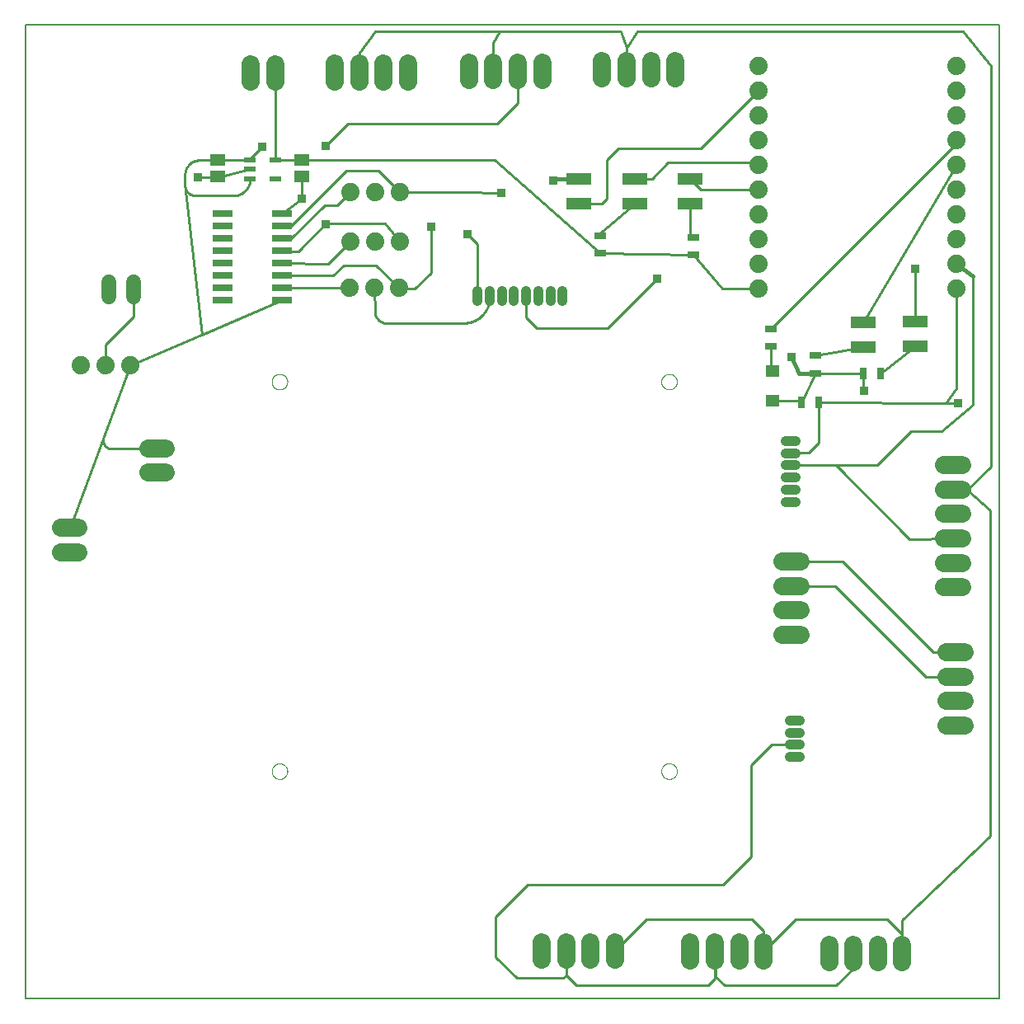
<source format=gtl>
G75*
%MOIN*%
%OFA0B0*%
%FSLAX25Y25*%
%IPPOS*%
%LPD*%
%AMOC8*
5,1,8,0,0,1.08239X$1,22.5*
%
%ADD10C,0.00800*%
%ADD11C,0.00000*%
%ADD12R,0.05906X0.05118*%
%ADD13C,0.07205*%
%ADD14C,0.06000*%
%ADD15C,0.03969*%
%ADD16C,0.07400*%
%ADD17R,0.05512X0.04724*%
%ADD18R,0.10000X0.05000*%
%ADD19R,0.04724X0.02165*%
%ADD20R,0.08000X0.02600*%
%ADD21R,0.04724X0.03150*%
%ADD22R,0.03150X0.04724*%
%ADD23C,0.01000*%
%ADD24R,0.03562X0.03562*%
%ADD25C,0.01600*%
D10*
X0075655Y0047033D02*
X0469356Y0047033D01*
X0469356Y0440734D01*
X0075655Y0440734D01*
X0075655Y0047033D01*
D11*
X0175261Y0138962D02*
X0175263Y0139074D01*
X0175269Y0139185D01*
X0175279Y0139297D01*
X0175293Y0139408D01*
X0175310Y0139518D01*
X0175332Y0139628D01*
X0175358Y0139737D01*
X0175387Y0139845D01*
X0175420Y0139951D01*
X0175457Y0140057D01*
X0175498Y0140161D01*
X0175543Y0140264D01*
X0175591Y0140365D01*
X0175642Y0140464D01*
X0175697Y0140561D01*
X0175756Y0140656D01*
X0175817Y0140750D01*
X0175882Y0140841D01*
X0175951Y0140929D01*
X0176022Y0141015D01*
X0176096Y0141099D01*
X0176174Y0141179D01*
X0176254Y0141257D01*
X0176337Y0141333D01*
X0176422Y0141405D01*
X0176510Y0141474D01*
X0176600Y0141540D01*
X0176693Y0141602D01*
X0176788Y0141662D01*
X0176885Y0141718D01*
X0176983Y0141770D01*
X0177084Y0141819D01*
X0177186Y0141864D01*
X0177290Y0141906D01*
X0177395Y0141944D01*
X0177502Y0141978D01*
X0177609Y0142008D01*
X0177718Y0142035D01*
X0177827Y0142057D01*
X0177938Y0142076D01*
X0178048Y0142091D01*
X0178160Y0142102D01*
X0178271Y0142109D01*
X0178383Y0142112D01*
X0178495Y0142111D01*
X0178607Y0142106D01*
X0178718Y0142097D01*
X0178829Y0142084D01*
X0178940Y0142067D01*
X0179050Y0142047D01*
X0179159Y0142022D01*
X0179267Y0141994D01*
X0179374Y0141961D01*
X0179480Y0141925D01*
X0179584Y0141885D01*
X0179687Y0141842D01*
X0179789Y0141795D01*
X0179888Y0141744D01*
X0179986Y0141690D01*
X0180082Y0141632D01*
X0180176Y0141571D01*
X0180267Y0141507D01*
X0180356Y0141440D01*
X0180443Y0141369D01*
X0180527Y0141295D01*
X0180609Y0141219D01*
X0180687Y0141139D01*
X0180763Y0141057D01*
X0180836Y0140972D01*
X0180906Y0140885D01*
X0180972Y0140795D01*
X0181036Y0140703D01*
X0181096Y0140609D01*
X0181153Y0140513D01*
X0181206Y0140414D01*
X0181256Y0140314D01*
X0181302Y0140213D01*
X0181345Y0140109D01*
X0181384Y0140004D01*
X0181419Y0139898D01*
X0181450Y0139791D01*
X0181478Y0139682D01*
X0181501Y0139573D01*
X0181521Y0139463D01*
X0181537Y0139352D01*
X0181549Y0139241D01*
X0181557Y0139130D01*
X0181561Y0139018D01*
X0181561Y0138906D01*
X0181557Y0138794D01*
X0181549Y0138683D01*
X0181537Y0138572D01*
X0181521Y0138461D01*
X0181501Y0138351D01*
X0181478Y0138242D01*
X0181450Y0138133D01*
X0181419Y0138026D01*
X0181384Y0137920D01*
X0181345Y0137815D01*
X0181302Y0137711D01*
X0181256Y0137610D01*
X0181206Y0137510D01*
X0181153Y0137411D01*
X0181096Y0137315D01*
X0181036Y0137221D01*
X0180972Y0137129D01*
X0180906Y0137039D01*
X0180836Y0136952D01*
X0180763Y0136867D01*
X0180687Y0136785D01*
X0180609Y0136705D01*
X0180527Y0136629D01*
X0180443Y0136555D01*
X0180356Y0136484D01*
X0180267Y0136417D01*
X0180176Y0136353D01*
X0180082Y0136292D01*
X0179986Y0136234D01*
X0179888Y0136180D01*
X0179789Y0136129D01*
X0179687Y0136082D01*
X0179584Y0136039D01*
X0179480Y0135999D01*
X0179374Y0135963D01*
X0179267Y0135930D01*
X0179159Y0135902D01*
X0179050Y0135877D01*
X0178940Y0135857D01*
X0178829Y0135840D01*
X0178718Y0135827D01*
X0178607Y0135818D01*
X0178495Y0135813D01*
X0178383Y0135812D01*
X0178271Y0135815D01*
X0178160Y0135822D01*
X0178048Y0135833D01*
X0177938Y0135848D01*
X0177827Y0135867D01*
X0177718Y0135889D01*
X0177609Y0135916D01*
X0177502Y0135946D01*
X0177395Y0135980D01*
X0177290Y0136018D01*
X0177186Y0136060D01*
X0177084Y0136105D01*
X0176983Y0136154D01*
X0176885Y0136206D01*
X0176788Y0136262D01*
X0176693Y0136322D01*
X0176600Y0136384D01*
X0176510Y0136450D01*
X0176422Y0136519D01*
X0176337Y0136591D01*
X0176254Y0136667D01*
X0176174Y0136745D01*
X0176096Y0136825D01*
X0176022Y0136909D01*
X0175951Y0136995D01*
X0175882Y0137083D01*
X0175817Y0137174D01*
X0175756Y0137268D01*
X0175697Y0137363D01*
X0175642Y0137460D01*
X0175591Y0137559D01*
X0175543Y0137660D01*
X0175498Y0137763D01*
X0175457Y0137867D01*
X0175420Y0137973D01*
X0175387Y0138079D01*
X0175358Y0138187D01*
X0175332Y0138296D01*
X0175310Y0138406D01*
X0175293Y0138516D01*
X0175279Y0138627D01*
X0175269Y0138739D01*
X0175263Y0138850D01*
X0175261Y0138962D01*
X0332741Y0138962D02*
X0332743Y0139074D01*
X0332749Y0139185D01*
X0332759Y0139297D01*
X0332773Y0139408D01*
X0332790Y0139518D01*
X0332812Y0139628D01*
X0332838Y0139737D01*
X0332867Y0139845D01*
X0332900Y0139951D01*
X0332937Y0140057D01*
X0332978Y0140161D01*
X0333023Y0140264D01*
X0333071Y0140365D01*
X0333122Y0140464D01*
X0333177Y0140561D01*
X0333236Y0140656D01*
X0333297Y0140750D01*
X0333362Y0140841D01*
X0333431Y0140929D01*
X0333502Y0141015D01*
X0333576Y0141099D01*
X0333654Y0141179D01*
X0333734Y0141257D01*
X0333817Y0141333D01*
X0333902Y0141405D01*
X0333990Y0141474D01*
X0334080Y0141540D01*
X0334173Y0141602D01*
X0334268Y0141662D01*
X0334365Y0141718D01*
X0334463Y0141770D01*
X0334564Y0141819D01*
X0334666Y0141864D01*
X0334770Y0141906D01*
X0334875Y0141944D01*
X0334982Y0141978D01*
X0335089Y0142008D01*
X0335198Y0142035D01*
X0335307Y0142057D01*
X0335418Y0142076D01*
X0335528Y0142091D01*
X0335640Y0142102D01*
X0335751Y0142109D01*
X0335863Y0142112D01*
X0335975Y0142111D01*
X0336087Y0142106D01*
X0336198Y0142097D01*
X0336309Y0142084D01*
X0336420Y0142067D01*
X0336530Y0142047D01*
X0336639Y0142022D01*
X0336747Y0141994D01*
X0336854Y0141961D01*
X0336960Y0141925D01*
X0337064Y0141885D01*
X0337167Y0141842D01*
X0337269Y0141795D01*
X0337368Y0141744D01*
X0337466Y0141690D01*
X0337562Y0141632D01*
X0337656Y0141571D01*
X0337747Y0141507D01*
X0337836Y0141440D01*
X0337923Y0141369D01*
X0338007Y0141295D01*
X0338089Y0141219D01*
X0338167Y0141139D01*
X0338243Y0141057D01*
X0338316Y0140972D01*
X0338386Y0140885D01*
X0338452Y0140795D01*
X0338516Y0140703D01*
X0338576Y0140609D01*
X0338633Y0140513D01*
X0338686Y0140414D01*
X0338736Y0140314D01*
X0338782Y0140213D01*
X0338825Y0140109D01*
X0338864Y0140004D01*
X0338899Y0139898D01*
X0338930Y0139791D01*
X0338958Y0139682D01*
X0338981Y0139573D01*
X0339001Y0139463D01*
X0339017Y0139352D01*
X0339029Y0139241D01*
X0339037Y0139130D01*
X0339041Y0139018D01*
X0339041Y0138906D01*
X0339037Y0138794D01*
X0339029Y0138683D01*
X0339017Y0138572D01*
X0339001Y0138461D01*
X0338981Y0138351D01*
X0338958Y0138242D01*
X0338930Y0138133D01*
X0338899Y0138026D01*
X0338864Y0137920D01*
X0338825Y0137815D01*
X0338782Y0137711D01*
X0338736Y0137610D01*
X0338686Y0137510D01*
X0338633Y0137411D01*
X0338576Y0137315D01*
X0338516Y0137221D01*
X0338452Y0137129D01*
X0338386Y0137039D01*
X0338316Y0136952D01*
X0338243Y0136867D01*
X0338167Y0136785D01*
X0338089Y0136705D01*
X0338007Y0136629D01*
X0337923Y0136555D01*
X0337836Y0136484D01*
X0337747Y0136417D01*
X0337656Y0136353D01*
X0337562Y0136292D01*
X0337466Y0136234D01*
X0337368Y0136180D01*
X0337269Y0136129D01*
X0337167Y0136082D01*
X0337064Y0136039D01*
X0336960Y0135999D01*
X0336854Y0135963D01*
X0336747Y0135930D01*
X0336639Y0135902D01*
X0336530Y0135877D01*
X0336420Y0135857D01*
X0336309Y0135840D01*
X0336198Y0135827D01*
X0336087Y0135818D01*
X0335975Y0135813D01*
X0335863Y0135812D01*
X0335751Y0135815D01*
X0335640Y0135822D01*
X0335528Y0135833D01*
X0335418Y0135848D01*
X0335307Y0135867D01*
X0335198Y0135889D01*
X0335089Y0135916D01*
X0334982Y0135946D01*
X0334875Y0135980D01*
X0334770Y0136018D01*
X0334666Y0136060D01*
X0334564Y0136105D01*
X0334463Y0136154D01*
X0334365Y0136206D01*
X0334268Y0136262D01*
X0334173Y0136322D01*
X0334080Y0136384D01*
X0333990Y0136450D01*
X0333902Y0136519D01*
X0333817Y0136591D01*
X0333734Y0136667D01*
X0333654Y0136745D01*
X0333576Y0136825D01*
X0333502Y0136909D01*
X0333431Y0136995D01*
X0333362Y0137083D01*
X0333297Y0137174D01*
X0333236Y0137268D01*
X0333177Y0137363D01*
X0333122Y0137460D01*
X0333071Y0137559D01*
X0333023Y0137660D01*
X0332978Y0137763D01*
X0332937Y0137867D01*
X0332900Y0137973D01*
X0332867Y0138079D01*
X0332838Y0138187D01*
X0332812Y0138296D01*
X0332790Y0138406D01*
X0332773Y0138516D01*
X0332759Y0138627D01*
X0332749Y0138739D01*
X0332743Y0138850D01*
X0332741Y0138962D01*
X0332741Y0296443D02*
X0332743Y0296555D01*
X0332749Y0296666D01*
X0332759Y0296778D01*
X0332773Y0296889D01*
X0332790Y0296999D01*
X0332812Y0297109D01*
X0332838Y0297218D01*
X0332867Y0297326D01*
X0332900Y0297432D01*
X0332937Y0297538D01*
X0332978Y0297642D01*
X0333023Y0297745D01*
X0333071Y0297846D01*
X0333122Y0297945D01*
X0333177Y0298042D01*
X0333236Y0298137D01*
X0333297Y0298231D01*
X0333362Y0298322D01*
X0333431Y0298410D01*
X0333502Y0298496D01*
X0333576Y0298580D01*
X0333654Y0298660D01*
X0333734Y0298738D01*
X0333817Y0298814D01*
X0333902Y0298886D01*
X0333990Y0298955D01*
X0334080Y0299021D01*
X0334173Y0299083D01*
X0334268Y0299143D01*
X0334365Y0299199D01*
X0334463Y0299251D01*
X0334564Y0299300D01*
X0334666Y0299345D01*
X0334770Y0299387D01*
X0334875Y0299425D01*
X0334982Y0299459D01*
X0335089Y0299489D01*
X0335198Y0299516D01*
X0335307Y0299538D01*
X0335418Y0299557D01*
X0335528Y0299572D01*
X0335640Y0299583D01*
X0335751Y0299590D01*
X0335863Y0299593D01*
X0335975Y0299592D01*
X0336087Y0299587D01*
X0336198Y0299578D01*
X0336309Y0299565D01*
X0336420Y0299548D01*
X0336530Y0299528D01*
X0336639Y0299503D01*
X0336747Y0299475D01*
X0336854Y0299442D01*
X0336960Y0299406D01*
X0337064Y0299366D01*
X0337167Y0299323D01*
X0337269Y0299276D01*
X0337368Y0299225D01*
X0337466Y0299171D01*
X0337562Y0299113D01*
X0337656Y0299052D01*
X0337747Y0298988D01*
X0337836Y0298921D01*
X0337923Y0298850D01*
X0338007Y0298776D01*
X0338089Y0298700D01*
X0338167Y0298620D01*
X0338243Y0298538D01*
X0338316Y0298453D01*
X0338386Y0298366D01*
X0338452Y0298276D01*
X0338516Y0298184D01*
X0338576Y0298090D01*
X0338633Y0297994D01*
X0338686Y0297895D01*
X0338736Y0297795D01*
X0338782Y0297694D01*
X0338825Y0297590D01*
X0338864Y0297485D01*
X0338899Y0297379D01*
X0338930Y0297272D01*
X0338958Y0297163D01*
X0338981Y0297054D01*
X0339001Y0296944D01*
X0339017Y0296833D01*
X0339029Y0296722D01*
X0339037Y0296611D01*
X0339041Y0296499D01*
X0339041Y0296387D01*
X0339037Y0296275D01*
X0339029Y0296164D01*
X0339017Y0296053D01*
X0339001Y0295942D01*
X0338981Y0295832D01*
X0338958Y0295723D01*
X0338930Y0295614D01*
X0338899Y0295507D01*
X0338864Y0295401D01*
X0338825Y0295296D01*
X0338782Y0295192D01*
X0338736Y0295091D01*
X0338686Y0294991D01*
X0338633Y0294892D01*
X0338576Y0294796D01*
X0338516Y0294702D01*
X0338452Y0294610D01*
X0338386Y0294520D01*
X0338316Y0294433D01*
X0338243Y0294348D01*
X0338167Y0294266D01*
X0338089Y0294186D01*
X0338007Y0294110D01*
X0337923Y0294036D01*
X0337836Y0293965D01*
X0337747Y0293898D01*
X0337656Y0293834D01*
X0337562Y0293773D01*
X0337466Y0293715D01*
X0337368Y0293661D01*
X0337269Y0293610D01*
X0337167Y0293563D01*
X0337064Y0293520D01*
X0336960Y0293480D01*
X0336854Y0293444D01*
X0336747Y0293411D01*
X0336639Y0293383D01*
X0336530Y0293358D01*
X0336420Y0293338D01*
X0336309Y0293321D01*
X0336198Y0293308D01*
X0336087Y0293299D01*
X0335975Y0293294D01*
X0335863Y0293293D01*
X0335751Y0293296D01*
X0335640Y0293303D01*
X0335528Y0293314D01*
X0335418Y0293329D01*
X0335307Y0293348D01*
X0335198Y0293370D01*
X0335089Y0293397D01*
X0334982Y0293427D01*
X0334875Y0293461D01*
X0334770Y0293499D01*
X0334666Y0293541D01*
X0334564Y0293586D01*
X0334463Y0293635D01*
X0334365Y0293687D01*
X0334268Y0293743D01*
X0334173Y0293803D01*
X0334080Y0293865D01*
X0333990Y0293931D01*
X0333902Y0294000D01*
X0333817Y0294072D01*
X0333734Y0294148D01*
X0333654Y0294226D01*
X0333576Y0294306D01*
X0333502Y0294390D01*
X0333431Y0294476D01*
X0333362Y0294564D01*
X0333297Y0294655D01*
X0333236Y0294749D01*
X0333177Y0294844D01*
X0333122Y0294941D01*
X0333071Y0295040D01*
X0333023Y0295141D01*
X0332978Y0295244D01*
X0332937Y0295348D01*
X0332900Y0295454D01*
X0332867Y0295560D01*
X0332838Y0295668D01*
X0332812Y0295777D01*
X0332790Y0295887D01*
X0332773Y0295997D01*
X0332759Y0296108D01*
X0332749Y0296220D01*
X0332743Y0296331D01*
X0332741Y0296443D01*
X0175261Y0296443D02*
X0175263Y0296555D01*
X0175269Y0296666D01*
X0175279Y0296778D01*
X0175293Y0296889D01*
X0175310Y0296999D01*
X0175332Y0297109D01*
X0175358Y0297218D01*
X0175387Y0297326D01*
X0175420Y0297432D01*
X0175457Y0297538D01*
X0175498Y0297642D01*
X0175543Y0297745D01*
X0175591Y0297846D01*
X0175642Y0297945D01*
X0175697Y0298042D01*
X0175756Y0298137D01*
X0175817Y0298231D01*
X0175882Y0298322D01*
X0175951Y0298410D01*
X0176022Y0298496D01*
X0176096Y0298580D01*
X0176174Y0298660D01*
X0176254Y0298738D01*
X0176337Y0298814D01*
X0176422Y0298886D01*
X0176510Y0298955D01*
X0176600Y0299021D01*
X0176693Y0299083D01*
X0176788Y0299143D01*
X0176885Y0299199D01*
X0176983Y0299251D01*
X0177084Y0299300D01*
X0177186Y0299345D01*
X0177290Y0299387D01*
X0177395Y0299425D01*
X0177502Y0299459D01*
X0177609Y0299489D01*
X0177718Y0299516D01*
X0177827Y0299538D01*
X0177938Y0299557D01*
X0178048Y0299572D01*
X0178160Y0299583D01*
X0178271Y0299590D01*
X0178383Y0299593D01*
X0178495Y0299592D01*
X0178607Y0299587D01*
X0178718Y0299578D01*
X0178829Y0299565D01*
X0178940Y0299548D01*
X0179050Y0299528D01*
X0179159Y0299503D01*
X0179267Y0299475D01*
X0179374Y0299442D01*
X0179480Y0299406D01*
X0179584Y0299366D01*
X0179687Y0299323D01*
X0179789Y0299276D01*
X0179888Y0299225D01*
X0179986Y0299171D01*
X0180082Y0299113D01*
X0180176Y0299052D01*
X0180267Y0298988D01*
X0180356Y0298921D01*
X0180443Y0298850D01*
X0180527Y0298776D01*
X0180609Y0298700D01*
X0180687Y0298620D01*
X0180763Y0298538D01*
X0180836Y0298453D01*
X0180906Y0298366D01*
X0180972Y0298276D01*
X0181036Y0298184D01*
X0181096Y0298090D01*
X0181153Y0297994D01*
X0181206Y0297895D01*
X0181256Y0297795D01*
X0181302Y0297694D01*
X0181345Y0297590D01*
X0181384Y0297485D01*
X0181419Y0297379D01*
X0181450Y0297272D01*
X0181478Y0297163D01*
X0181501Y0297054D01*
X0181521Y0296944D01*
X0181537Y0296833D01*
X0181549Y0296722D01*
X0181557Y0296611D01*
X0181561Y0296499D01*
X0181561Y0296387D01*
X0181557Y0296275D01*
X0181549Y0296164D01*
X0181537Y0296053D01*
X0181521Y0295942D01*
X0181501Y0295832D01*
X0181478Y0295723D01*
X0181450Y0295614D01*
X0181419Y0295507D01*
X0181384Y0295401D01*
X0181345Y0295296D01*
X0181302Y0295192D01*
X0181256Y0295091D01*
X0181206Y0294991D01*
X0181153Y0294892D01*
X0181096Y0294796D01*
X0181036Y0294702D01*
X0180972Y0294610D01*
X0180906Y0294520D01*
X0180836Y0294433D01*
X0180763Y0294348D01*
X0180687Y0294266D01*
X0180609Y0294186D01*
X0180527Y0294110D01*
X0180443Y0294036D01*
X0180356Y0293965D01*
X0180267Y0293898D01*
X0180176Y0293834D01*
X0180082Y0293773D01*
X0179986Y0293715D01*
X0179888Y0293661D01*
X0179789Y0293610D01*
X0179687Y0293563D01*
X0179584Y0293520D01*
X0179480Y0293480D01*
X0179374Y0293444D01*
X0179267Y0293411D01*
X0179159Y0293383D01*
X0179050Y0293358D01*
X0178940Y0293338D01*
X0178829Y0293321D01*
X0178718Y0293308D01*
X0178607Y0293299D01*
X0178495Y0293294D01*
X0178383Y0293293D01*
X0178271Y0293296D01*
X0178160Y0293303D01*
X0178048Y0293314D01*
X0177938Y0293329D01*
X0177827Y0293348D01*
X0177718Y0293370D01*
X0177609Y0293397D01*
X0177502Y0293427D01*
X0177395Y0293461D01*
X0177290Y0293499D01*
X0177186Y0293541D01*
X0177084Y0293586D01*
X0176983Y0293635D01*
X0176885Y0293687D01*
X0176788Y0293743D01*
X0176693Y0293803D01*
X0176600Y0293865D01*
X0176510Y0293931D01*
X0176422Y0294000D01*
X0176337Y0294072D01*
X0176254Y0294148D01*
X0176174Y0294226D01*
X0176096Y0294306D01*
X0176022Y0294390D01*
X0175951Y0294476D01*
X0175882Y0294564D01*
X0175817Y0294655D01*
X0175756Y0294749D01*
X0175697Y0294844D01*
X0175642Y0294941D01*
X0175591Y0295040D01*
X0175543Y0295141D01*
X0175498Y0295244D01*
X0175457Y0295348D01*
X0175420Y0295454D01*
X0175387Y0295560D01*
X0175358Y0295668D01*
X0175332Y0295777D01*
X0175310Y0295887D01*
X0175293Y0295997D01*
X0175279Y0296108D01*
X0175269Y0296220D01*
X0175263Y0296331D01*
X0175261Y0296443D01*
D12*
X0187348Y0379277D03*
X0187348Y0385970D03*
X0153332Y0385970D03*
X0153332Y0379277D03*
D13*
X0166876Y0417683D02*
X0166876Y0424887D01*
X0176718Y0424887D02*
X0176718Y0417683D01*
X0200813Y0417860D02*
X0200813Y0425065D01*
X0210655Y0425065D02*
X0210655Y0417860D01*
X0220498Y0417860D02*
X0220498Y0425065D01*
X0230340Y0425065D02*
X0230340Y0417860D01*
X0255045Y0418372D02*
X0255045Y0425576D01*
X0264887Y0425576D02*
X0264887Y0418372D01*
X0274730Y0418372D02*
X0274730Y0425576D01*
X0284572Y0425576D02*
X0284572Y0418372D01*
X0308883Y0419002D02*
X0308883Y0426206D01*
X0318726Y0426206D02*
X0318726Y0419002D01*
X0328569Y0419002D02*
X0328569Y0426206D01*
X0338411Y0426206D02*
X0338411Y0419002D01*
X0447210Y0262624D02*
X0454415Y0262624D01*
X0454415Y0252781D02*
X0447210Y0252781D01*
X0447210Y0242939D02*
X0454415Y0242939D01*
X0454415Y0233096D02*
X0447210Y0233096D01*
X0447210Y0223254D02*
X0454415Y0223254D01*
X0454415Y0213411D02*
X0447210Y0213411D01*
X0448037Y0187072D02*
X0455242Y0187072D01*
X0455242Y0177230D02*
X0448037Y0177230D01*
X0448037Y0167387D02*
X0455242Y0167387D01*
X0455242Y0157545D02*
X0448037Y0157545D01*
X0388903Y0194159D02*
X0381698Y0194159D01*
X0381698Y0204002D02*
X0388903Y0204002D01*
X0388903Y0213844D02*
X0381698Y0213844D01*
X0381698Y0223687D02*
X0388903Y0223687D01*
X0374080Y0069769D02*
X0374080Y0062565D01*
X0364238Y0062565D02*
X0364238Y0069769D01*
X0354395Y0069769D02*
X0354395Y0062565D01*
X0344553Y0062565D02*
X0344553Y0069769D01*
X0313962Y0069887D02*
X0313962Y0062683D01*
X0304120Y0062683D02*
X0304120Y0069887D01*
X0294277Y0069887D02*
X0294277Y0062683D01*
X0284435Y0062683D02*
X0284435Y0069887D01*
X0400616Y0068903D02*
X0400616Y0061698D01*
X0410458Y0061698D02*
X0410458Y0068903D01*
X0420301Y0068903D02*
X0420301Y0061698D01*
X0430143Y0061698D02*
X0430143Y0068903D01*
X0132525Y0259631D02*
X0125320Y0259631D01*
X0125320Y0269474D02*
X0132525Y0269474D01*
X0097210Y0237387D02*
X0090006Y0237387D01*
X0090006Y0227545D02*
X0097210Y0227545D01*
D14*
X0109494Y0330628D02*
X0109494Y0336628D01*
X0119494Y0336628D02*
X0119494Y0330628D01*
D15*
X0258391Y0329222D02*
X0258391Y0333191D01*
X0263313Y0333191D02*
X0263313Y0329222D01*
X0268234Y0329222D02*
X0268234Y0333191D01*
X0273155Y0333191D02*
X0273155Y0329222D01*
X0278076Y0329222D02*
X0278076Y0333191D01*
X0282998Y0333191D02*
X0282998Y0329222D01*
X0287919Y0329222D02*
X0287919Y0333191D01*
X0292840Y0333191D02*
X0292840Y0329222D01*
X0383041Y0272486D02*
X0387009Y0272486D01*
X0387009Y0267565D02*
X0383041Y0267565D01*
X0383041Y0262643D02*
X0387009Y0262643D01*
X0387009Y0257722D02*
X0383041Y0257722D01*
X0383041Y0252801D02*
X0387009Y0252801D01*
X0387009Y0247880D02*
X0383041Y0247880D01*
X0384616Y0159474D02*
X0388584Y0159474D01*
X0388584Y0154553D02*
X0384616Y0154553D01*
X0384616Y0149631D02*
X0388584Y0149631D01*
X0388584Y0144710D02*
X0384616Y0144710D01*
D16*
X0372072Y0334120D03*
X0372072Y0344120D03*
X0372072Y0354120D03*
X0372072Y0364120D03*
X0372072Y0374120D03*
X0372072Y0384120D03*
X0372072Y0394120D03*
X0372072Y0404120D03*
X0372072Y0414120D03*
X0372072Y0424120D03*
X0452072Y0424120D03*
X0452072Y0414120D03*
X0452072Y0404120D03*
X0452072Y0394120D03*
X0452072Y0384120D03*
X0452072Y0374120D03*
X0452072Y0364120D03*
X0452072Y0354120D03*
X0452072Y0344120D03*
X0452072Y0334120D03*
X0226876Y0334317D03*
X0216876Y0334317D03*
X0206876Y0334317D03*
X0206915Y0353096D03*
X0216915Y0353096D03*
X0226915Y0353096D03*
X0226915Y0373096D03*
X0216915Y0373096D03*
X0206915Y0373096D03*
X0118214Y0303017D03*
X0108214Y0303017D03*
X0098214Y0303017D03*
D17*
X0377584Y0300616D03*
X0377584Y0288805D03*
D18*
X0414435Y0310419D03*
X0414435Y0320419D03*
X0435419Y0320931D03*
X0435419Y0310931D03*
X0344474Y0368411D03*
X0344474Y0378411D03*
X0321954Y0378529D03*
X0321954Y0368529D03*
X0299317Y0368293D03*
X0299317Y0378293D03*
D19*
X0176777Y0378549D03*
X0176777Y0386029D03*
X0166541Y0386029D03*
X0166541Y0382289D03*
X0166541Y0378549D03*
D20*
X0155346Y0364336D03*
X0155346Y0359336D03*
X0155346Y0354336D03*
X0155346Y0349336D03*
X0155346Y0344336D03*
X0155346Y0339336D03*
X0155346Y0334336D03*
X0155346Y0329336D03*
X0179546Y0329336D03*
X0179546Y0334336D03*
X0179546Y0339336D03*
X0179546Y0344336D03*
X0179546Y0349336D03*
X0179546Y0354336D03*
X0179546Y0359336D03*
X0179546Y0364336D03*
D21*
X0308057Y0355438D03*
X0308057Y0348352D03*
X0345734Y0347840D03*
X0345734Y0354926D03*
X0377072Y0317860D03*
X0377072Y0310773D03*
X0395143Y0306954D03*
X0395143Y0299868D03*
D22*
X0396443Y0287939D03*
X0389356Y0287939D03*
X0414317Y0299828D03*
X0421403Y0299828D03*
D23*
X0435419Y0310931D01*
X0435419Y0320931D02*
X0435419Y0341994D01*
X0435498Y0342072D01*
X0452112Y0333726D02*
X0452112Y0293726D01*
X0447781Y0287860D01*
X0452781Y0287899D01*
X0447781Y0287860D02*
X0396443Y0287939D01*
X0396443Y0271797D01*
X0392269Y0267624D01*
X0385084Y0267624D01*
X0385025Y0262643D02*
X0403352Y0262643D01*
X0420084Y0262643D01*
X0433844Y0276403D01*
X0446049Y0276403D01*
X0458844Y0287230D01*
X0458844Y0339002D01*
X0452072Y0384120D02*
X0414435Y0320419D01*
X0414435Y0310419D02*
X0395143Y0306954D01*
X0395143Y0299868D02*
X0414317Y0299828D01*
X0414317Y0294002D01*
X0414750Y0292702D01*
X0395143Y0299868D02*
X0389356Y0287939D01*
X0389277Y0288805D01*
X0377584Y0288805D01*
X0377584Y0300616D02*
X0377072Y0301128D01*
X0377072Y0310773D01*
X0377072Y0317860D02*
X0452072Y0392860D01*
X0452072Y0394120D01*
X0465970Y0424120D02*
X0454750Y0438096D01*
X0323214Y0438175D01*
X0318726Y0431403D01*
X0318844Y0422840D01*
X0318726Y0422604D01*
X0318726Y0431403D02*
X0316482Y0438175D01*
X0267309Y0438175D01*
X0264848Y0433588D01*
X0264887Y0421974D01*
X0274730Y0421974D02*
X0274730Y0409179D01*
X0266403Y0400852D01*
X0205931Y0400852D01*
X0196954Y0391876D01*
X0187348Y0385970D02*
X0265438Y0385970D01*
X0308057Y0348352D01*
X0345734Y0347840D01*
X0357289Y0334120D01*
X0372072Y0334120D01*
X0345734Y0354926D02*
X0344474Y0356186D01*
X0344474Y0368411D01*
X0348765Y0374120D02*
X0344474Y0378411D01*
X0348765Y0374120D02*
X0372072Y0374120D01*
X0372072Y0384120D02*
X0371246Y0384946D01*
X0335419Y0384946D01*
X0329002Y0378529D01*
X0321954Y0378529D01*
X0321954Y0368529D02*
X0306718Y0355301D01*
X0308057Y0355438D01*
X0308765Y0368293D02*
X0299317Y0368293D01*
X0308765Y0368293D02*
X0310852Y0370380D01*
X0310852Y0386206D01*
X0315380Y0390734D01*
X0348687Y0390734D01*
X0372072Y0414120D01*
X0321954Y0368529D02*
X0320458Y0366757D01*
X0331088Y0338214D02*
X0311049Y0318017D01*
X0282387Y0318017D01*
X0278076Y0322328D01*
X0278076Y0331206D01*
X0258391Y0331206D02*
X0258391Y0352092D01*
X0254238Y0356246D01*
X0239750Y0359120D02*
X0239631Y0359002D01*
X0239631Y0340498D01*
X0233135Y0334002D01*
X0226876Y0334317D01*
X0217387Y0343529D01*
X0204356Y0343529D01*
X0200163Y0339336D01*
X0179546Y0339336D01*
X0179546Y0334336D02*
X0206876Y0334317D01*
X0216876Y0334317D02*
X0216915Y0323962D01*
X0216951Y0323824D01*
X0216991Y0323687D01*
X0217035Y0323551D01*
X0217082Y0323417D01*
X0217133Y0323284D01*
X0217188Y0323152D01*
X0217246Y0323022D01*
X0217308Y0322894D01*
X0217373Y0322767D01*
X0217442Y0322643D01*
X0217514Y0322520D01*
X0217590Y0322399D01*
X0217669Y0322280D01*
X0217751Y0322164D01*
X0217836Y0322050D01*
X0217924Y0321938D01*
X0218016Y0321829D01*
X0218110Y0321722D01*
X0218208Y0321618D01*
X0218308Y0321517D01*
X0218411Y0321418D01*
X0218516Y0321322D01*
X0218625Y0321230D01*
X0218735Y0321140D01*
X0218848Y0321053D01*
X0218964Y0320970D01*
X0219082Y0320890D01*
X0219202Y0320813D01*
X0219324Y0320739D01*
X0219447Y0320669D01*
X0219573Y0320602D01*
X0219701Y0320538D01*
X0219830Y0320479D01*
X0219961Y0320422D01*
X0220094Y0320370D01*
X0220228Y0320321D01*
X0220363Y0320276D01*
X0220499Y0320234D01*
X0220636Y0320197D01*
X0220775Y0320163D01*
X0220914Y0320133D01*
X0221054Y0320107D01*
X0221195Y0320084D01*
X0221336Y0320066D01*
X0221478Y0320051D01*
X0221620Y0320041D01*
X0221762Y0320034D01*
X0221905Y0320031D01*
X0222047Y0320032D01*
X0222190Y0320037D01*
X0222332Y0320046D01*
X0222474Y0320059D01*
X0222615Y0320076D01*
X0222756Y0320097D01*
X0222897Y0320121D01*
X0223036Y0320150D01*
X0223175Y0320182D01*
X0223175Y0320183D02*
X0253431Y0320183D01*
X0253683Y0320199D01*
X0253935Y0320222D01*
X0254186Y0320251D01*
X0254437Y0320286D01*
X0254687Y0320328D01*
X0254935Y0320375D01*
X0255182Y0320428D01*
X0255428Y0320487D01*
X0255673Y0320552D01*
X0255916Y0320623D01*
X0256157Y0320700D01*
X0256396Y0320782D01*
X0256633Y0320871D01*
X0256868Y0320965D01*
X0257100Y0321064D01*
X0257330Y0321169D01*
X0257558Y0321280D01*
X0257782Y0321397D01*
X0258004Y0321518D01*
X0258223Y0321645D01*
X0258439Y0321777D01*
X0258651Y0321915D01*
X0258860Y0322057D01*
X0259066Y0322205D01*
X0259267Y0322357D01*
X0259466Y0322514D01*
X0259660Y0322676D01*
X0259850Y0322843D01*
X0260036Y0323014D01*
X0260219Y0323190D01*
X0260396Y0323370D01*
X0260570Y0323554D01*
X0260738Y0323742D01*
X0260903Y0323935D01*
X0261062Y0324131D01*
X0261217Y0324331D01*
X0261367Y0324535D01*
X0261512Y0324742D01*
X0261652Y0324953D01*
X0261786Y0325167D01*
X0261916Y0325384D01*
X0262040Y0325605D01*
X0262159Y0325828D01*
X0262273Y0326054D01*
X0262380Y0326283D01*
X0262483Y0326514D01*
X0262580Y0326748D01*
X0262671Y0326984D01*
X0262756Y0327222D01*
X0262836Y0327462D01*
X0262909Y0327704D01*
X0262977Y0327948D01*
X0263039Y0328193D01*
X0263095Y0328440D01*
X0263145Y0328688D01*
X0263189Y0328937D01*
X0263227Y0329187D01*
X0263259Y0329438D01*
X0263285Y0329690D01*
X0263305Y0329942D01*
X0263319Y0330194D01*
X0263326Y0330447D01*
X0263328Y0330700D01*
X0263323Y0330953D01*
X0263312Y0331206D01*
X0226915Y0353096D02*
X0221009Y0360419D01*
X0196994Y0360301D01*
X0196757Y0360616D01*
X0197033Y0360222D01*
X0196994Y0360301D02*
X0185911Y0349218D01*
X0179546Y0349336D01*
X0179546Y0344336D02*
X0197998Y0344179D01*
X0206915Y0353096D01*
X0201718Y0367899D02*
X0206915Y0373096D01*
X0201718Y0367899D02*
X0196600Y0367899D01*
X0183037Y0354336D01*
X0179546Y0354336D01*
X0179546Y0359336D02*
X0183116Y0359336D01*
X0205419Y0381639D01*
X0218372Y0381639D01*
X0226915Y0373096D01*
X0252781Y0373096D01*
X0268017Y0372899D01*
X0210655Y0421462D02*
X0210655Y0429277D01*
X0216954Y0438135D01*
X0267309Y0438175D01*
X0187348Y0385970D02*
X0187289Y0386029D01*
X0176777Y0386029D01*
X0176718Y0421285D01*
X0171403Y0391561D02*
X0166541Y0386423D01*
X0166541Y0386029D01*
X0153332Y0385970D01*
X0145931Y0385970D01*
X0145781Y0385968D01*
X0145630Y0385962D01*
X0145480Y0385952D01*
X0145330Y0385939D01*
X0145181Y0385921D01*
X0145032Y0385899D01*
X0144884Y0385874D01*
X0144736Y0385844D01*
X0144589Y0385811D01*
X0144443Y0385774D01*
X0144298Y0385733D01*
X0144155Y0385689D01*
X0144012Y0385640D01*
X0143871Y0385588D01*
X0143731Y0385532D01*
X0143593Y0385473D01*
X0143456Y0385410D01*
X0143321Y0385344D01*
X0143188Y0385273D01*
X0143057Y0385200D01*
X0142928Y0385123D01*
X0142800Y0385043D01*
X0142675Y0384959D01*
X0142552Y0384872D01*
X0142432Y0384782D01*
X0142314Y0384689D01*
X0142198Y0384593D01*
X0142085Y0384494D01*
X0141974Y0384391D01*
X0141867Y0384286D01*
X0141762Y0384179D01*
X0141659Y0384068D01*
X0141560Y0383955D01*
X0141464Y0383839D01*
X0141371Y0383721D01*
X0141281Y0383601D01*
X0141194Y0383478D01*
X0141110Y0383353D01*
X0141030Y0383225D01*
X0140953Y0383096D01*
X0140880Y0382965D01*
X0140809Y0382832D01*
X0140743Y0382697D01*
X0140680Y0382560D01*
X0140621Y0382422D01*
X0140565Y0382282D01*
X0140513Y0382141D01*
X0140464Y0381998D01*
X0140420Y0381855D01*
X0140379Y0381710D01*
X0140342Y0381564D01*
X0140309Y0381417D01*
X0140279Y0381269D01*
X0140254Y0381121D01*
X0140232Y0380972D01*
X0140214Y0380823D01*
X0140201Y0380673D01*
X0140191Y0380523D01*
X0140185Y0380372D01*
X0140183Y0380222D01*
X0140183Y0376324D01*
X0147072Y0315537D01*
X0179546Y0329336D01*
X0118214Y0303017D01*
X0107077Y0273311D01*
X0107077Y0272856D01*
X0107076Y0272856D02*
X0107078Y0272739D01*
X0107084Y0272622D01*
X0107093Y0272505D01*
X0107107Y0272389D01*
X0107124Y0272273D01*
X0107145Y0272158D01*
X0107169Y0272043D01*
X0107198Y0271930D01*
X0107230Y0271817D01*
X0107266Y0271706D01*
X0107305Y0271595D01*
X0107348Y0271486D01*
X0107395Y0271379D01*
X0107445Y0271273D01*
X0107499Y0271169D01*
X0107555Y0271067D01*
X0107616Y0270966D01*
X0107679Y0270868D01*
X0107746Y0270771D01*
X0107816Y0270677D01*
X0107888Y0270586D01*
X0107964Y0270496D01*
X0108043Y0270409D01*
X0108124Y0270325D01*
X0108208Y0270244D01*
X0108295Y0270165D01*
X0108385Y0270089D01*
X0108476Y0270017D01*
X0108570Y0269947D01*
X0108667Y0269880D01*
X0108765Y0269817D01*
X0108866Y0269756D01*
X0108968Y0269700D01*
X0109072Y0269646D01*
X0109178Y0269596D01*
X0109285Y0269549D01*
X0109394Y0269506D01*
X0109505Y0269467D01*
X0109616Y0269431D01*
X0109729Y0269399D01*
X0109842Y0269370D01*
X0109957Y0269346D01*
X0110072Y0269325D01*
X0110188Y0269308D01*
X0110304Y0269294D01*
X0110421Y0269285D01*
X0110538Y0269279D01*
X0110655Y0269277D01*
X0128923Y0269474D01*
X0118214Y0303017D02*
X0093608Y0237387D01*
X0108214Y0303017D02*
X0108214Y0311561D01*
X0119494Y0322840D01*
X0119494Y0333628D01*
X0143883Y0371718D02*
X0159631Y0371639D01*
X0159631Y0371640D02*
X0159798Y0371642D01*
X0159965Y0371648D01*
X0160131Y0371658D01*
X0160298Y0371672D01*
X0160464Y0371690D01*
X0160629Y0371713D01*
X0160794Y0371739D01*
X0160958Y0371769D01*
X0161122Y0371803D01*
X0161284Y0371841D01*
X0161446Y0371883D01*
X0161607Y0371928D01*
X0161766Y0371978D01*
X0161924Y0372032D01*
X0162081Y0372089D01*
X0162236Y0372150D01*
X0162390Y0372215D01*
X0162542Y0372283D01*
X0162693Y0372356D01*
X0162842Y0372431D01*
X0162989Y0372511D01*
X0163134Y0372594D01*
X0163276Y0372680D01*
X0163417Y0372770D01*
X0163556Y0372863D01*
X0163692Y0372960D01*
X0163826Y0373059D01*
X0163957Y0373162D01*
X0164086Y0373268D01*
X0164213Y0373378D01*
X0164336Y0373490D01*
X0164457Y0373605D01*
X0164575Y0373723D01*
X0164690Y0373844D01*
X0164802Y0373967D01*
X0164912Y0374094D01*
X0165018Y0374223D01*
X0165121Y0374354D01*
X0165220Y0374488D01*
X0165317Y0374624D01*
X0165410Y0374763D01*
X0165500Y0374904D01*
X0165586Y0375046D01*
X0165669Y0375191D01*
X0165749Y0375338D01*
X0165824Y0375487D01*
X0165897Y0375638D01*
X0165965Y0375790D01*
X0166030Y0375944D01*
X0166091Y0376099D01*
X0166148Y0376256D01*
X0166202Y0376414D01*
X0166252Y0376573D01*
X0166297Y0376734D01*
X0166339Y0376896D01*
X0166377Y0377058D01*
X0166411Y0377222D01*
X0166441Y0377386D01*
X0166467Y0377551D01*
X0166490Y0377716D01*
X0166508Y0377882D01*
X0166522Y0378049D01*
X0166532Y0378215D01*
X0166538Y0378382D01*
X0166540Y0378549D01*
X0166541Y0382289D02*
X0156186Y0379751D01*
X0153332Y0379277D01*
X0153450Y0379080D02*
X0156186Y0379751D01*
X0153450Y0379080D02*
X0145419Y0379159D01*
X0140183Y0376325D02*
X0140171Y0376199D01*
X0140163Y0376073D01*
X0140159Y0375947D01*
X0140158Y0375821D01*
X0140162Y0375695D01*
X0140169Y0375569D01*
X0140180Y0375443D01*
X0140195Y0375318D01*
X0140214Y0375193D01*
X0140236Y0375069D01*
X0140262Y0374945D01*
X0140292Y0374823D01*
X0140326Y0374701D01*
X0140363Y0374580D01*
X0140404Y0374461D01*
X0140448Y0374343D01*
X0140496Y0374226D01*
X0140547Y0374111D01*
X0140602Y0373997D01*
X0140661Y0373885D01*
X0140722Y0373775D01*
X0140787Y0373667D01*
X0140856Y0373561D01*
X0140927Y0373457D01*
X0141001Y0373355D01*
X0141079Y0373255D01*
X0141159Y0373158D01*
X0141243Y0373063D01*
X0141329Y0372971D01*
X0141418Y0372882D01*
X0141510Y0372795D01*
X0141604Y0372711D01*
X0141701Y0372630D01*
X0141800Y0372552D01*
X0141901Y0372477D01*
X0142005Y0372405D01*
X0142111Y0372336D01*
X0142219Y0372270D01*
X0142328Y0372208D01*
X0142440Y0372149D01*
X0142553Y0372093D01*
X0142668Y0372041D01*
X0142785Y0371993D01*
X0142902Y0371948D01*
X0143022Y0371906D01*
X0143142Y0371868D01*
X0143263Y0371834D01*
X0143386Y0371803D01*
X0143509Y0371777D01*
X0143633Y0371754D01*
X0143758Y0371734D01*
X0143883Y0371719D01*
X0179546Y0364336D02*
X0187348Y0370576D01*
X0187348Y0379277D01*
X0385301Y0223687D02*
X0385340Y0223726D01*
X0406049Y0223726D01*
X0442702Y0187072D01*
X0451639Y0187072D01*
X0451639Y0177230D02*
X0439828Y0177230D01*
X0403214Y0213844D01*
X0385301Y0213844D01*
X0433175Y0232820D02*
X0450537Y0233057D01*
X0450813Y0233096D01*
X0433175Y0232820D02*
X0403352Y0262643D01*
X0450813Y0252781D02*
X0456521Y0252781D01*
X0465970Y0262230D01*
X0465970Y0424120D01*
X0456521Y0252781D02*
X0465813Y0244474D01*
X0465694Y0112781D01*
X0430143Y0078883D01*
X0430143Y0065301D01*
X0430143Y0073096D01*
X0424198Y0079041D01*
X0386954Y0079041D01*
X0374080Y0066167D01*
X0374080Y0074395D01*
X0369435Y0079041D01*
X0326718Y0079041D01*
X0313962Y0066285D01*
X0298411Y0052387D02*
X0294277Y0056521D01*
X0293175Y0055419D01*
X0274277Y0055419D01*
X0265773Y0063923D01*
X0265773Y0080222D01*
X0278765Y0093214D01*
X0357742Y0093214D01*
X0369041Y0104513D01*
X0369041Y0141443D01*
X0377230Y0149631D01*
X0386600Y0149631D01*
X0410458Y0065301D02*
X0410458Y0059238D01*
X0403490Y0052269D01*
X0358254Y0052269D01*
X0354710Y0055813D01*
X0354356Y0065852D01*
X0354395Y0066167D01*
X0354395Y0055065D01*
X0351718Y0052387D01*
X0298411Y0052387D01*
X0294277Y0056521D02*
X0294277Y0066285D01*
D24*
X0452781Y0287899D03*
X0414750Y0292702D03*
X0385419Y0306521D03*
X0435498Y0342072D03*
X0331088Y0338214D03*
X0288962Y0377860D03*
X0268017Y0372899D03*
X0254238Y0356246D03*
X0239750Y0359120D03*
X0197033Y0360222D03*
X0187348Y0370576D03*
X0196954Y0391876D03*
X0171403Y0391561D03*
X0145419Y0379159D03*
D25*
X0119494Y0333628D02*
X0119474Y0333628D01*
X0288962Y0377860D02*
X0289395Y0378293D01*
X0299317Y0378293D01*
X0385419Y0306521D02*
X0388529Y0299868D01*
X0395143Y0299868D01*
X0385084Y0267624D02*
X0385025Y0267565D01*
X0452112Y0333726D02*
X0452072Y0334120D01*
X0458844Y0339002D02*
X0452072Y0344120D01*
M02*

</source>
